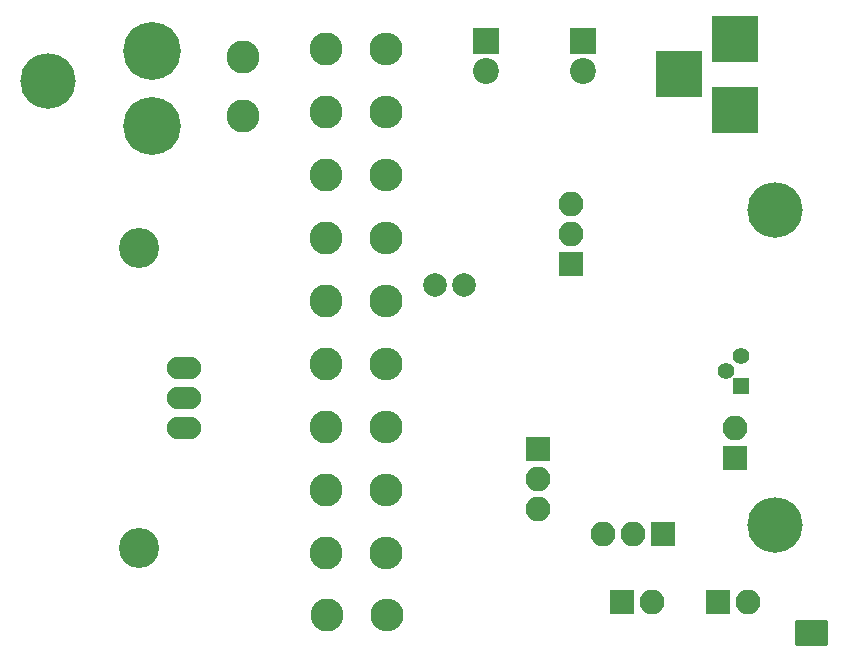
<source format=gbr>
G04 #@! TF.FileFunction,Soldermask,Bot*
%FSLAX46Y46*%
G04 Gerber Fmt 4.6, Leading zero omitted, Abs format (unit mm)*
G04 Created by KiCad (PCBNEW 4.0.1-stable) date 10/30/2017 21:56:46*
%MOMM*%
G01*
G04 APERTURE LIST*
%ADD10C,0.100000*%
%ADD11R,2.100000X2.100000*%
%ADD12O,2.100000X2.100000*%
%ADD13C,1.400000*%
%ADD14R,1.400000X1.400000*%
%ADD15O,2.899360X1.901140*%
%ADD16C,3.400000*%
%ADD17C,4.700000*%
%ADD18R,2.200000X2.200000*%
%ADD19C,2.200000*%
%ADD20C,2.800000*%
%ADD21O,2.800000X2.800000*%
%ADD22C,2.000000*%
%ADD23R,3.900000X3.900000*%
%ADD24C,4.900880*%
%ADD25C,0.254000*%
G04 APERTURE END LIST*
D10*
D11*
X160909000Y-110617000D03*
D12*
X163449000Y-110617000D03*
D11*
X162306000Y-98425000D03*
D12*
X162306000Y-95885000D03*
D13*
X161544000Y-91059000D03*
X162814000Y-89789000D03*
D14*
X162814000Y-92329000D03*
D15*
X115697000Y-93345000D03*
X115697000Y-95885000D03*
X115697000Y-90805000D03*
D16*
X111887000Y-80645000D03*
X111887000Y-106045000D03*
D17*
X104140000Y-66548000D03*
X165735000Y-77470000D03*
X165735000Y-104140000D03*
D18*
X149479000Y-63119000D03*
D19*
X149479000Y-65659000D03*
D18*
X141224000Y-63119000D03*
D19*
X141224000Y-65659000D03*
D20*
X127762000Y-111760000D03*
D21*
X132842000Y-111760000D03*
D20*
X127698500Y-106489500D03*
D21*
X132778500Y-106489500D03*
D20*
X127698500Y-101155500D03*
D21*
X132778500Y-101155500D03*
D20*
X127698500Y-95821500D03*
D21*
X132778500Y-95821500D03*
D20*
X127698500Y-90487500D03*
D21*
X132778500Y-90487500D03*
D20*
X127698500Y-85153500D03*
D21*
X132778500Y-85153500D03*
D20*
X127698500Y-79819500D03*
D21*
X132778500Y-79819500D03*
D20*
X127698500Y-74485500D03*
D21*
X132778500Y-74485500D03*
D20*
X127698500Y-69151500D03*
D21*
X132778500Y-69151500D03*
D20*
X127698500Y-63817500D03*
D21*
X132778500Y-63817500D03*
D11*
X148463000Y-82042000D03*
D12*
X148463000Y-79502000D03*
X148463000Y-76962000D03*
D11*
X145669000Y-97663000D03*
D12*
X145669000Y-100203000D03*
X145669000Y-102743000D03*
D11*
X156210000Y-104902000D03*
D12*
X153670000Y-104902000D03*
X151130000Y-104902000D03*
D22*
X136906000Y-83820000D03*
X139406000Y-83820000D03*
D20*
X120650000Y-69469000D03*
X120650000Y-64469000D03*
D23*
X162306000Y-68961000D03*
X162306000Y-62961000D03*
X157606000Y-65961000D03*
D11*
X152781000Y-110617000D03*
D12*
X155321000Y-110617000D03*
D24*
X112966500Y-63944500D03*
X112966500Y-70294500D03*
D25*
G36*
X170053000Y-114173000D02*
X167513000Y-114173000D01*
X167513000Y-112268000D01*
X170053000Y-112268000D01*
X170053000Y-114173000D01*
X170053000Y-114173000D01*
G37*
X170053000Y-114173000D02*
X167513000Y-114173000D01*
X167513000Y-112268000D01*
X170053000Y-112268000D01*
X170053000Y-114173000D01*
M02*

</source>
